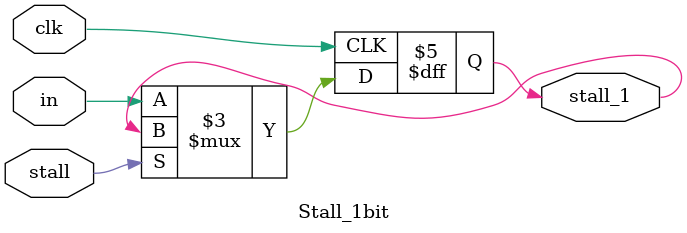
<source format=sv>
module Stall_1bit(
    input clk,
    input in,
    input stall,
    output logic stall_1
    );
    always_ff @ (posedge clk)
    begin
        if (stall) begin end
        else begin
            stall_1 = in;
        end
    end
endmodule
</source>
